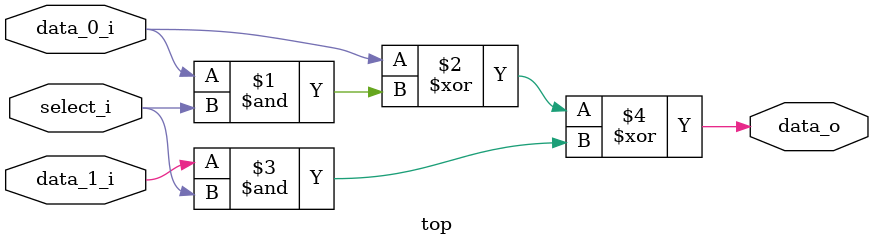
<source format=v>

module top (

  // Input data
  input      select_i,

  input      data_0_i,
  input      data_1_i,

  // Output data
  output data_o
);
  
  // Полином Жегалкина
  assign data_o = data_0_i ^ data_0_i & select_i ^ data_1_i & select_i;

endmodule

</source>
